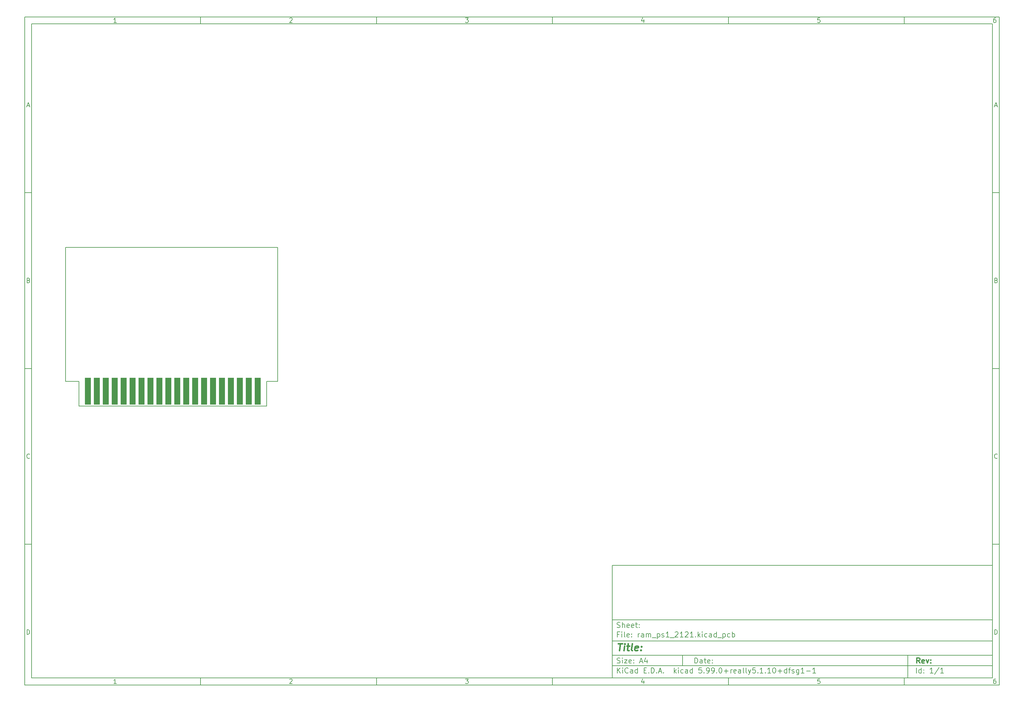
<source format=gbr>
%TF.GenerationSoftware,KiCad,Pcbnew,5.99.0+really5.1.10+dfsg1-1*%
%TF.CreationDate,2022-01-09T16:24:14+01:00*%
%TF.ProjectId,ram_ps1_2121,72616d5f-7073-4315-9f32-3132312e6b69,rev?*%
%TF.SameCoordinates,Original*%
%TF.FileFunction,Soldermask,Bot*%
%TF.FilePolarity,Negative*%
%FSLAX46Y46*%
G04 Gerber Fmt 4.6, Leading zero omitted, Abs format (unit mm)*
G04 Created by KiCad (PCBNEW 5.99.0+really5.1.10+dfsg1-1) date 2022-01-09 16:24:14*
%MOMM*%
%LPD*%
G01*
G04 APERTURE LIST*
%ADD10C,0.100000*%
%ADD11C,0.150000*%
%ADD12C,0.300000*%
%ADD13C,0.400000*%
%ADD14R,1.780000X7.620000*%
G04 APERTURE END LIST*
D10*
D11*
X177002200Y-166007200D02*
X177002200Y-198007200D01*
X285002200Y-198007200D01*
X285002200Y-166007200D01*
X177002200Y-166007200D01*
D10*
D11*
X10000000Y-10000000D02*
X10000000Y-200007200D01*
X287002200Y-200007200D01*
X287002200Y-10000000D01*
X10000000Y-10000000D01*
D10*
D11*
X12000000Y-12000000D02*
X12000000Y-198007200D01*
X285002200Y-198007200D01*
X285002200Y-12000000D01*
X12000000Y-12000000D01*
D10*
D11*
X60000000Y-12000000D02*
X60000000Y-10000000D01*
D10*
D11*
X110000000Y-12000000D02*
X110000000Y-10000000D01*
D10*
D11*
X160000000Y-12000000D02*
X160000000Y-10000000D01*
D10*
D11*
X210000000Y-12000000D02*
X210000000Y-10000000D01*
D10*
D11*
X260000000Y-12000000D02*
X260000000Y-10000000D01*
D10*
D11*
X36065476Y-11588095D02*
X35322619Y-11588095D01*
X35694047Y-11588095D02*
X35694047Y-10288095D01*
X35570238Y-10473809D01*
X35446428Y-10597619D01*
X35322619Y-10659523D01*
D10*
D11*
X85322619Y-10411904D02*
X85384523Y-10350000D01*
X85508333Y-10288095D01*
X85817857Y-10288095D01*
X85941666Y-10350000D01*
X86003571Y-10411904D01*
X86065476Y-10535714D01*
X86065476Y-10659523D01*
X86003571Y-10845238D01*
X85260714Y-11588095D01*
X86065476Y-11588095D01*
D10*
D11*
X135260714Y-10288095D02*
X136065476Y-10288095D01*
X135632142Y-10783333D01*
X135817857Y-10783333D01*
X135941666Y-10845238D01*
X136003571Y-10907142D01*
X136065476Y-11030952D01*
X136065476Y-11340476D01*
X136003571Y-11464285D01*
X135941666Y-11526190D01*
X135817857Y-11588095D01*
X135446428Y-11588095D01*
X135322619Y-11526190D01*
X135260714Y-11464285D01*
D10*
D11*
X185941666Y-10721428D02*
X185941666Y-11588095D01*
X185632142Y-10226190D02*
X185322619Y-11154761D01*
X186127380Y-11154761D01*
D10*
D11*
X236003571Y-10288095D02*
X235384523Y-10288095D01*
X235322619Y-10907142D01*
X235384523Y-10845238D01*
X235508333Y-10783333D01*
X235817857Y-10783333D01*
X235941666Y-10845238D01*
X236003571Y-10907142D01*
X236065476Y-11030952D01*
X236065476Y-11340476D01*
X236003571Y-11464285D01*
X235941666Y-11526190D01*
X235817857Y-11588095D01*
X235508333Y-11588095D01*
X235384523Y-11526190D01*
X235322619Y-11464285D01*
D10*
D11*
X285941666Y-10288095D02*
X285694047Y-10288095D01*
X285570238Y-10350000D01*
X285508333Y-10411904D01*
X285384523Y-10597619D01*
X285322619Y-10845238D01*
X285322619Y-11340476D01*
X285384523Y-11464285D01*
X285446428Y-11526190D01*
X285570238Y-11588095D01*
X285817857Y-11588095D01*
X285941666Y-11526190D01*
X286003571Y-11464285D01*
X286065476Y-11340476D01*
X286065476Y-11030952D01*
X286003571Y-10907142D01*
X285941666Y-10845238D01*
X285817857Y-10783333D01*
X285570238Y-10783333D01*
X285446428Y-10845238D01*
X285384523Y-10907142D01*
X285322619Y-11030952D01*
D10*
D11*
X60000000Y-198007200D02*
X60000000Y-200007200D01*
D10*
D11*
X110000000Y-198007200D02*
X110000000Y-200007200D01*
D10*
D11*
X160000000Y-198007200D02*
X160000000Y-200007200D01*
D10*
D11*
X210000000Y-198007200D02*
X210000000Y-200007200D01*
D10*
D11*
X260000000Y-198007200D02*
X260000000Y-200007200D01*
D10*
D11*
X36065476Y-199595295D02*
X35322619Y-199595295D01*
X35694047Y-199595295D02*
X35694047Y-198295295D01*
X35570238Y-198481009D01*
X35446428Y-198604819D01*
X35322619Y-198666723D01*
D10*
D11*
X85322619Y-198419104D02*
X85384523Y-198357200D01*
X85508333Y-198295295D01*
X85817857Y-198295295D01*
X85941666Y-198357200D01*
X86003571Y-198419104D01*
X86065476Y-198542914D01*
X86065476Y-198666723D01*
X86003571Y-198852438D01*
X85260714Y-199595295D01*
X86065476Y-199595295D01*
D10*
D11*
X135260714Y-198295295D02*
X136065476Y-198295295D01*
X135632142Y-198790533D01*
X135817857Y-198790533D01*
X135941666Y-198852438D01*
X136003571Y-198914342D01*
X136065476Y-199038152D01*
X136065476Y-199347676D01*
X136003571Y-199471485D01*
X135941666Y-199533390D01*
X135817857Y-199595295D01*
X135446428Y-199595295D01*
X135322619Y-199533390D01*
X135260714Y-199471485D01*
D10*
D11*
X185941666Y-198728628D02*
X185941666Y-199595295D01*
X185632142Y-198233390D02*
X185322619Y-199161961D01*
X186127380Y-199161961D01*
D10*
D11*
X236003571Y-198295295D02*
X235384523Y-198295295D01*
X235322619Y-198914342D01*
X235384523Y-198852438D01*
X235508333Y-198790533D01*
X235817857Y-198790533D01*
X235941666Y-198852438D01*
X236003571Y-198914342D01*
X236065476Y-199038152D01*
X236065476Y-199347676D01*
X236003571Y-199471485D01*
X235941666Y-199533390D01*
X235817857Y-199595295D01*
X235508333Y-199595295D01*
X235384523Y-199533390D01*
X235322619Y-199471485D01*
D10*
D11*
X285941666Y-198295295D02*
X285694047Y-198295295D01*
X285570238Y-198357200D01*
X285508333Y-198419104D01*
X285384523Y-198604819D01*
X285322619Y-198852438D01*
X285322619Y-199347676D01*
X285384523Y-199471485D01*
X285446428Y-199533390D01*
X285570238Y-199595295D01*
X285817857Y-199595295D01*
X285941666Y-199533390D01*
X286003571Y-199471485D01*
X286065476Y-199347676D01*
X286065476Y-199038152D01*
X286003571Y-198914342D01*
X285941666Y-198852438D01*
X285817857Y-198790533D01*
X285570238Y-198790533D01*
X285446428Y-198852438D01*
X285384523Y-198914342D01*
X285322619Y-199038152D01*
D10*
D11*
X10000000Y-60000000D02*
X12000000Y-60000000D01*
D10*
D11*
X10000000Y-110000000D02*
X12000000Y-110000000D01*
D10*
D11*
X10000000Y-160000000D02*
X12000000Y-160000000D01*
D10*
D11*
X10690476Y-35216666D02*
X11309523Y-35216666D01*
X10566666Y-35588095D02*
X11000000Y-34288095D01*
X11433333Y-35588095D01*
D10*
D11*
X11092857Y-84907142D02*
X11278571Y-84969047D01*
X11340476Y-85030952D01*
X11402380Y-85154761D01*
X11402380Y-85340476D01*
X11340476Y-85464285D01*
X11278571Y-85526190D01*
X11154761Y-85588095D01*
X10659523Y-85588095D01*
X10659523Y-84288095D01*
X11092857Y-84288095D01*
X11216666Y-84350000D01*
X11278571Y-84411904D01*
X11340476Y-84535714D01*
X11340476Y-84659523D01*
X11278571Y-84783333D01*
X11216666Y-84845238D01*
X11092857Y-84907142D01*
X10659523Y-84907142D01*
D10*
D11*
X11402380Y-135464285D02*
X11340476Y-135526190D01*
X11154761Y-135588095D01*
X11030952Y-135588095D01*
X10845238Y-135526190D01*
X10721428Y-135402380D01*
X10659523Y-135278571D01*
X10597619Y-135030952D01*
X10597619Y-134845238D01*
X10659523Y-134597619D01*
X10721428Y-134473809D01*
X10845238Y-134350000D01*
X11030952Y-134288095D01*
X11154761Y-134288095D01*
X11340476Y-134350000D01*
X11402380Y-134411904D01*
D10*
D11*
X10659523Y-185588095D02*
X10659523Y-184288095D01*
X10969047Y-184288095D01*
X11154761Y-184350000D01*
X11278571Y-184473809D01*
X11340476Y-184597619D01*
X11402380Y-184845238D01*
X11402380Y-185030952D01*
X11340476Y-185278571D01*
X11278571Y-185402380D01*
X11154761Y-185526190D01*
X10969047Y-185588095D01*
X10659523Y-185588095D01*
D10*
D11*
X287002200Y-60000000D02*
X285002200Y-60000000D01*
D10*
D11*
X287002200Y-110000000D02*
X285002200Y-110000000D01*
D10*
D11*
X287002200Y-160000000D02*
X285002200Y-160000000D01*
D10*
D11*
X285692676Y-35216666D02*
X286311723Y-35216666D01*
X285568866Y-35588095D02*
X286002200Y-34288095D01*
X286435533Y-35588095D01*
D10*
D11*
X286095057Y-84907142D02*
X286280771Y-84969047D01*
X286342676Y-85030952D01*
X286404580Y-85154761D01*
X286404580Y-85340476D01*
X286342676Y-85464285D01*
X286280771Y-85526190D01*
X286156961Y-85588095D01*
X285661723Y-85588095D01*
X285661723Y-84288095D01*
X286095057Y-84288095D01*
X286218866Y-84350000D01*
X286280771Y-84411904D01*
X286342676Y-84535714D01*
X286342676Y-84659523D01*
X286280771Y-84783333D01*
X286218866Y-84845238D01*
X286095057Y-84907142D01*
X285661723Y-84907142D01*
D10*
D11*
X286404580Y-135464285D02*
X286342676Y-135526190D01*
X286156961Y-135588095D01*
X286033152Y-135588095D01*
X285847438Y-135526190D01*
X285723628Y-135402380D01*
X285661723Y-135278571D01*
X285599819Y-135030952D01*
X285599819Y-134845238D01*
X285661723Y-134597619D01*
X285723628Y-134473809D01*
X285847438Y-134350000D01*
X286033152Y-134288095D01*
X286156961Y-134288095D01*
X286342676Y-134350000D01*
X286404580Y-134411904D01*
D10*
D11*
X285661723Y-185588095D02*
X285661723Y-184288095D01*
X285971247Y-184288095D01*
X286156961Y-184350000D01*
X286280771Y-184473809D01*
X286342676Y-184597619D01*
X286404580Y-184845238D01*
X286404580Y-185030952D01*
X286342676Y-185278571D01*
X286280771Y-185402380D01*
X286156961Y-185526190D01*
X285971247Y-185588095D01*
X285661723Y-185588095D01*
D10*
D11*
X200434342Y-193785771D02*
X200434342Y-192285771D01*
X200791485Y-192285771D01*
X201005771Y-192357200D01*
X201148628Y-192500057D01*
X201220057Y-192642914D01*
X201291485Y-192928628D01*
X201291485Y-193142914D01*
X201220057Y-193428628D01*
X201148628Y-193571485D01*
X201005771Y-193714342D01*
X200791485Y-193785771D01*
X200434342Y-193785771D01*
X202577200Y-193785771D02*
X202577200Y-193000057D01*
X202505771Y-192857200D01*
X202362914Y-192785771D01*
X202077200Y-192785771D01*
X201934342Y-192857200D01*
X202577200Y-193714342D02*
X202434342Y-193785771D01*
X202077200Y-193785771D01*
X201934342Y-193714342D01*
X201862914Y-193571485D01*
X201862914Y-193428628D01*
X201934342Y-193285771D01*
X202077200Y-193214342D01*
X202434342Y-193214342D01*
X202577200Y-193142914D01*
X203077200Y-192785771D02*
X203648628Y-192785771D01*
X203291485Y-192285771D02*
X203291485Y-193571485D01*
X203362914Y-193714342D01*
X203505771Y-193785771D01*
X203648628Y-193785771D01*
X204720057Y-193714342D02*
X204577200Y-193785771D01*
X204291485Y-193785771D01*
X204148628Y-193714342D01*
X204077200Y-193571485D01*
X204077200Y-193000057D01*
X204148628Y-192857200D01*
X204291485Y-192785771D01*
X204577200Y-192785771D01*
X204720057Y-192857200D01*
X204791485Y-193000057D01*
X204791485Y-193142914D01*
X204077200Y-193285771D01*
X205434342Y-193642914D02*
X205505771Y-193714342D01*
X205434342Y-193785771D01*
X205362914Y-193714342D01*
X205434342Y-193642914D01*
X205434342Y-193785771D01*
X205434342Y-192857200D02*
X205505771Y-192928628D01*
X205434342Y-193000057D01*
X205362914Y-192928628D01*
X205434342Y-192857200D01*
X205434342Y-193000057D01*
D10*
D11*
X177002200Y-194507200D02*
X285002200Y-194507200D01*
D10*
D11*
X178434342Y-196585771D02*
X178434342Y-195085771D01*
X179291485Y-196585771D02*
X178648628Y-195728628D01*
X179291485Y-195085771D02*
X178434342Y-195942914D01*
X179934342Y-196585771D02*
X179934342Y-195585771D01*
X179934342Y-195085771D02*
X179862914Y-195157200D01*
X179934342Y-195228628D01*
X180005771Y-195157200D01*
X179934342Y-195085771D01*
X179934342Y-195228628D01*
X181505771Y-196442914D02*
X181434342Y-196514342D01*
X181220057Y-196585771D01*
X181077200Y-196585771D01*
X180862914Y-196514342D01*
X180720057Y-196371485D01*
X180648628Y-196228628D01*
X180577200Y-195942914D01*
X180577200Y-195728628D01*
X180648628Y-195442914D01*
X180720057Y-195300057D01*
X180862914Y-195157200D01*
X181077200Y-195085771D01*
X181220057Y-195085771D01*
X181434342Y-195157200D01*
X181505771Y-195228628D01*
X182791485Y-196585771D02*
X182791485Y-195800057D01*
X182720057Y-195657200D01*
X182577200Y-195585771D01*
X182291485Y-195585771D01*
X182148628Y-195657200D01*
X182791485Y-196514342D02*
X182648628Y-196585771D01*
X182291485Y-196585771D01*
X182148628Y-196514342D01*
X182077200Y-196371485D01*
X182077200Y-196228628D01*
X182148628Y-196085771D01*
X182291485Y-196014342D01*
X182648628Y-196014342D01*
X182791485Y-195942914D01*
X184148628Y-196585771D02*
X184148628Y-195085771D01*
X184148628Y-196514342D02*
X184005771Y-196585771D01*
X183720057Y-196585771D01*
X183577200Y-196514342D01*
X183505771Y-196442914D01*
X183434342Y-196300057D01*
X183434342Y-195871485D01*
X183505771Y-195728628D01*
X183577200Y-195657200D01*
X183720057Y-195585771D01*
X184005771Y-195585771D01*
X184148628Y-195657200D01*
X186005771Y-195800057D02*
X186505771Y-195800057D01*
X186720057Y-196585771D02*
X186005771Y-196585771D01*
X186005771Y-195085771D01*
X186720057Y-195085771D01*
X187362914Y-196442914D02*
X187434342Y-196514342D01*
X187362914Y-196585771D01*
X187291485Y-196514342D01*
X187362914Y-196442914D01*
X187362914Y-196585771D01*
X188077200Y-196585771D02*
X188077200Y-195085771D01*
X188434342Y-195085771D01*
X188648628Y-195157200D01*
X188791485Y-195300057D01*
X188862914Y-195442914D01*
X188934342Y-195728628D01*
X188934342Y-195942914D01*
X188862914Y-196228628D01*
X188791485Y-196371485D01*
X188648628Y-196514342D01*
X188434342Y-196585771D01*
X188077200Y-196585771D01*
X189577200Y-196442914D02*
X189648628Y-196514342D01*
X189577200Y-196585771D01*
X189505771Y-196514342D01*
X189577200Y-196442914D01*
X189577200Y-196585771D01*
X190220057Y-196157200D02*
X190934342Y-196157200D01*
X190077200Y-196585771D02*
X190577200Y-195085771D01*
X191077200Y-196585771D01*
X191577200Y-196442914D02*
X191648628Y-196514342D01*
X191577200Y-196585771D01*
X191505771Y-196514342D01*
X191577200Y-196442914D01*
X191577200Y-196585771D01*
X194577200Y-196585771D02*
X194577200Y-195085771D01*
X194720057Y-196014342D02*
X195148628Y-196585771D01*
X195148628Y-195585771D02*
X194577200Y-196157200D01*
X195791485Y-196585771D02*
X195791485Y-195585771D01*
X195791485Y-195085771D02*
X195720057Y-195157200D01*
X195791485Y-195228628D01*
X195862914Y-195157200D01*
X195791485Y-195085771D01*
X195791485Y-195228628D01*
X197148628Y-196514342D02*
X197005771Y-196585771D01*
X196720057Y-196585771D01*
X196577200Y-196514342D01*
X196505771Y-196442914D01*
X196434342Y-196300057D01*
X196434342Y-195871485D01*
X196505771Y-195728628D01*
X196577200Y-195657200D01*
X196720057Y-195585771D01*
X197005771Y-195585771D01*
X197148628Y-195657200D01*
X198434342Y-196585771D02*
X198434342Y-195800057D01*
X198362914Y-195657200D01*
X198220057Y-195585771D01*
X197934342Y-195585771D01*
X197791485Y-195657200D01*
X198434342Y-196514342D02*
X198291485Y-196585771D01*
X197934342Y-196585771D01*
X197791485Y-196514342D01*
X197720057Y-196371485D01*
X197720057Y-196228628D01*
X197791485Y-196085771D01*
X197934342Y-196014342D01*
X198291485Y-196014342D01*
X198434342Y-195942914D01*
X199791485Y-196585771D02*
X199791485Y-195085771D01*
X199791485Y-196514342D02*
X199648628Y-196585771D01*
X199362914Y-196585771D01*
X199220057Y-196514342D01*
X199148628Y-196442914D01*
X199077200Y-196300057D01*
X199077200Y-195871485D01*
X199148628Y-195728628D01*
X199220057Y-195657200D01*
X199362914Y-195585771D01*
X199648628Y-195585771D01*
X199791485Y-195657200D01*
X202362914Y-195085771D02*
X201648628Y-195085771D01*
X201577200Y-195800057D01*
X201648628Y-195728628D01*
X201791485Y-195657200D01*
X202148628Y-195657200D01*
X202291485Y-195728628D01*
X202362914Y-195800057D01*
X202434342Y-195942914D01*
X202434342Y-196300057D01*
X202362914Y-196442914D01*
X202291485Y-196514342D01*
X202148628Y-196585771D01*
X201791485Y-196585771D01*
X201648628Y-196514342D01*
X201577200Y-196442914D01*
X203077200Y-196442914D02*
X203148628Y-196514342D01*
X203077200Y-196585771D01*
X203005771Y-196514342D01*
X203077200Y-196442914D01*
X203077200Y-196585771D01*
X203862914Y-196585771D02*
X204148628Y-196585771D01*
X204291485Y-196514342D01*
X204362914Y-196442914D01*
X204505771Y-196228628D01*
X204577200Y-195942914D01*
X204577200Y-195371485D01*
X204505771Y-195228628D01*
X204434342Y-195157200D01*
X204291485Y-195085771D01*
X204005771Y-195085771D01*
X203862914Y-195157200D01*
X203791485Y-195228628D01*
X203720057Y-195371485D01*
X203720057Y-195728628D01*
X203791485Y-195871485D01*
X203862914Y-195942914D01*
X204005771Y-196014342D01*
X204291485Y-196014342D01*
X204434342Y-195942914D01*
X204505771Y-195871485D01*
X204577200Y-195728628D01*
X205291485Y-196585771D02*
X205577200Y-196585771D01*
X205720057Y-196514342D01*
X205791485Y-196442914D01*
X205934342Y-196228628D01*
X206005771Y-195942914D01*
X206005771Y-195371485D01*
X205934342Y-195228628D01*
X205862914Y-195157200D01*
X205720057Y-195085771D01*
X205434342Y-195085771D01*
X205291485Y-195157200D01*
X205220057Y-195228628D01*
X205148628Y-195371485D01*
X205148628Y-195728628D01*
X205220057Y-195871485D01*
X205291485Y-195942914D01*
X205434342Y-196014342D01*
X205720057Y-196014342D01*
X205862914Y-195942914D01*
X205934342Y-195871485D01*
X206005771Y-195728628D01*
X206648628Y-196442914D02*
X206720057Y-196514342D01*
X206648628Y-196585771D01*
X206577200Y-196514342D01*
X206648628Y-196442914D01*
X206648628Y-196585771D01*
X207648628Y-195085771D02*
X207791485Y-195085771D01*
X207934342Y-195157200D01*
X208005771Y-195228628D01*
X208077200Y-195371485D01*
X208148628Y-195657200D01*
X208148628Y-196014342D01*
X208077200Y-196300057D01*
X208005771Y-196442914D01*
X207934342Y-196514342D01*
X207791485Y-196585771D01*
X207648628Y-196585771D01*
X207505771Y-196514342D01*
X207434342Y-196442914D01*
X207362914Y-196300057D01*
X207291485Y-196014342D01*
X207291485Y-195657200D01*
X207362914Y-195371485D01*
X207434342Y-195228628D01*
X207505771Y-195157200D01*
X207648628Y-195085771D01*
X208791485Y-196014342D02*
X209934342Y-196014342D01*
X209362914Y-196585771D02*
X209362914Y-195442914D01*
X210648628Y-196585771D02*
X210648628Y-195585771D01*
X210648628Y-195871485D02*
X210720057Y-195728628D01*
X210791485Y-195657200D01*
X210934342Y-195585771D01*
X211077200Y-195585771D01*
X212148628Y-196514342D02*
X212005771Y-196585771D01*
X211720057Y-196585771D01*
X211577200Y-196514342D01*
X211505771Y-196371485D01*
X211505771Y-195800057D01*
X211577200Y-195657200D01*
X211720057Y-195585771D01*
X212005771Y-195585771D01*
X212148628Y-195657200D01*
X212220057Y-195800057D01*
X212220057Y-195942914D01*
X211505771Y-196085771D01*
X213505771Y-196585771D02*
X213505771Y-195800057D01*
X213434342Y-195657200D01*
X213291485Y-195585771D01*
X213005771Y-195585771D01*
X212862914Y-195657200D01*
X213505771Y-196514342D02*
X213362914Y-196585771D01*
X213005771Y-196585771D01*
X212862914Y-196514342D01*
X212791485Y-196371485D01*
X212791485Y-196228628D01*
X212862914Y-196085771D01*
X213005771Y-196014342D01*
X213362914Y-196014342D01*
X213505771Y-195942914D01*
X214434342Y-196585771D02*
X214291485Y-196514342D01*
X214220057Y-196371485D01*
X214220057Y-195085771D01*
X215220057Y-196585771D02*
X215077200Y-196514342D01*
X215005771Y-196371485D01*
X215005771Y-195085771D01*
X215648628Y-195585771D02*
X216005771Y-196585771D01*
X216362914Y-195585771D02*
X216005771Y-196585771D01*
X215862914Y-196942914D01*
X215791485Y-197014342D01*
X215648628Y-197085771D01*
X217648628Y-195085771D02*
X216934342Y-195085771D01*
X216862914Y-195800057D01*
X216934342Y-195728628D01*
X217077200Y-195657200D01*
X217434342Y-195657200D01*
X217577200Y-195728628D01*
X217648628Y-195800057D01*
X217720057Y-195942914D01*
X217720057Y-196300057D01*
X217648628Y-196442914D01*
X217577200Y-196514342D01*
X217434342Y-196585771D01*
X217077200Y-196585771D01*
X216934342Y-196514342D01*
X216862914Y-196442914D01*
X218362914Y-196442914D02*
X218434342Y-196514342D01*
X218362914Y-196585771D01*
X218291485Y-196514342D01*
X218362914Y-196442914D01*
X218362914Y-196585771D01*
X219862914Y-196585771D02*
X219005771Y-196585771D01*
X219434342Y-196585771D02*
X219434342Y-195085771D01*
X219291485Y-195300057D01*
X219148628Y-195442914D01*
X219005771Y-195514342D01*
X220505771Y-196442914D02*
X220577200Y-196514342D01*
X220505771Y-196585771D01*
X220434342Y-196514342D01*
X220505771Y-196442914D01*
X220505771Y-196585771D01*
X222005771Y-196585771D02*
X221148628Y-196585771D01*
X221577200Y-196585771D02*
X221577200Y-195085771D01*
X221434342Y-195300057D01*
X221291485Y-195442914D01*
X221148628Y-195514342D01*
X222934342Y-195085771D02*
X223077200Y-195085771D01*
X223220057Y-195157200D01*
X223291485Y-195228628D01*
X223362914Y-195371485D01*
X223434342Y-195657200D01*
X223434342Y-196014342D01*
X223362914Y-196300057D01*
X223291485Y-196442914D01*
X223220057Y-196514342D01*
X223077200Y-196585771D01*
X222934342Y-196585771D01*
X222791485Y-196514342D01*
X222720057Y-196442914D01*
X222648628Y-196300057D01*
X222577200Y-196014342D01*
X222577200Y-195657200D01*
X222648628Y-195371485D01*
X222720057Y-195228628D01*
X222791485Y-195157200D01*
X222934342Y-195085771D01*
X224077200Y-196014342D02*
X225220057Y-196014342D01*
X224648628Y-196585771D02*
X224648628Y-195442914D01*
X226577200Y-196585771D02*
X226577200Y-195085771D01*
X226577200Y-196514342D02*
X226434342Y-196585771D01*
X226148628Y-196585771D01*
X226005771Y-196514342D01*
X225934342Y-196442914D01*
X225862914Y-196300057D01*
X225862914Y-195871485D01*
X225934342Y-195728628D01*
X226005771Y-195657200D01*
X226148628Y-195585771D01*
X226434342Y-195585771D01*
X226577200Y-195657200D01*
X227077200Y-195585771D02*
X227648628Y-195585771D01*
X227291485Y-196585771D02*
X227291485Y-195300057D01*
X227362914Y-195157200D01*
X227505771Y-195085771D01*
X227648628Y-195085771D01*
X228077200Y-196514342D02*
X228220057Y-196585771D01*
X228505771Y-196585771D01*
X228648628Y-196514342D01*
X228720057Y-196371485D01*
X228720057Y-196300057D01*
X228648628Y-196157200D01*
X228505771Y-196085771D01*
X228291485Y-196085771D01*
X228148628Y-196014342D01*
X228077200Y-195871485D01*
X228077200Y-195800057D01*
X228148628Y-195657200D01*
X228291485Y-195585771D01*
X228505771Y-195585771D01*
X228648628Y-195657200D01*
X230005771Y-195585771D02*
X230005771Y-196800057D01*
X229934342Y-196942914D01*
X229862914Y-197014342D01*
X229720057Y-197085771D01*
X229505771Y-197085771D01*
X229362914Y-197014342D01*
X230005771Y-196514342D02*
X229862914Y-196585771D01*
X229577200Y-196585771D01*
X229434342Y-196514342D01*
X229362914Y-196442914D01*
X229291485Y-196300057D01*
X229291485Y-195871485D01*
X229362914Y-195728628D01*
X229434342Y-195657200D01*
X229577200Y-195585771D01*
X229862914Y-195585771D01*
X230005771Y-195657200D01*
X231505771Y-196585771D02*
X230648628Y-196585771D01*
X231077200Y-196585771D02*
X231077200Y-195085771D01*
X230934342Y-195300057D01*
X230791485Y-195442914D01*
X230648628Y-195514342D01*
X232148628Y-196014342D02*
X233291485Y-196014342D01*
X234791485Y-196585771D02*
X233934342Y-196585771D01*
X234362914Y-196585771D02*
X234362914Y-195085771D01*
X234220057Y-195300057D01*
X234077200Y-195442914D01*
X233934342Y-195514342D01*
D10*
D11*
X177002200Y-191507200D02*
X285002200Y-191507200D01*
D10*
D12*
X264411485Y-193785771D02*
X263911485Y-193071485D01*
X263554342Y-193785771D02*
X263554342Y-192285771D01*
X264125771Y-192285771D01*
X264268628Y-192357200D01*
X264340057Y-192428628D01*
X264411485Y-192571485D01*
X264411485Y-192785771D01*
X264340057Y-192928628D01*
X264268628Y-193000057D01*
X264125771Y-193071485D01*
X263554342Y-193071485D01*
X265625771Y-193714342D02*
X265482914Y-193785771D01*
X265197200Y-193785771D01*
X265054342Y-193714342D01*
X264982914Y-193571485D01*
X264982914Y-193000057D01*
X265054342Y-192857200D01*
X265197200Y-192785771D01*
X265482914Y-192785771D01*
X265625771Y-192857200D01*
X265697200Y-193000057D01*
X265697200Y-193142914D01*
X264982914Y-193285771D01*
X266197200Y-192785771D02*
X266554342Y-193785771D01*
X266911485Y-192785771D01*
X267482914Y-193642914D02*
X267554342Y-193714342D01*
X267482914Y-193785771D01*
X267411485Y-193714342D01*
X267482914Y-193642914D01*
X267482914Y-193785771D01*
X267482914Y-192857200D02*
X267554342Y-192928628D01*
X267482914Y-193000057D01*
X267411485Y-192928628D01*
X267482914Y-192857200D01*
X267482914Y-193000057D01*
D10*
D11*
X178362914Y-193714342D02*
X178577200Y-193785771D01*
X178934342Y-193785771D01*
X179077200Y-193714342D01*
X179148628Y-193642914D01*
X179220057Y-193500057D01*
X179220057Y-193357200D01*
X179148628Y-193214342D01*
X179077200Y-193142914D01*
X178934342Y-193071485D01*
X178648628Y-193000057D01*
X178505771Y-192928628D01*
X178434342Y-192857200D01*
X178362914Y-192714342D01*
X178362914Y-192571485D01*
X178434342Y-192428628D01*
X178505771Y-192357200D01*
X178648628Y-192285771D01*
X179005771Y-192285771D01*
X179220057Y-192357200D01*
X179862914Y-193785771D02*
X179862914Y-192785771D01*
X179862914Y-192285771D02*
X179791485Y-192357200D01*
X179862914Y-192428628D01*
X179934342Y-192357200D01*
X179862914Y-192285771D01*
X179862914Y-192428628D01*
X180434342Y-192785771D02*
X181220057Y-192785771D01*
X180434342Y-193785771D01*
X181220057Y-193785771D01*
X182362914Y-193714342D02*
X182220057Y-193785771D01*
X181934342Y-193785771D01*
X181791485Y-193714342D01*
X181720057Y-193571485D01*
X181720057Y-193000057D01*
X181791485Y-192857200D01*
X181934342Y-192785771D01*
X182220057Y-192785771D01*
X182362914Y-192857200D01*
X182434342Y-193000057D01*
X182434342Y-193142914D01*
X181720057Y-193285771D01*
X183077200Y-193642914D02*
X183148628Y-193714342D01*
X183077200Y-193785771D01*
X183005771Y-193714342D01*
X183077200Y-193642914D01*
X183077200Y-193785771D01*
X183077200Y-192857200D02*
X183148628Y-192928628D01*
X183077200Y-193000057D01*
X183005771Y-192928628D01*
X183077200Y-192857200D01*
X183077200Y-193000057D01*
X184862914Y-193357200D02*
X185577200Y-193357200D01*
X184720057Y-193785771D02*
X185220057Y-192285771D01*
X185720057Y-193785771D01*
X186862914Y-192785771D02*
X186862914Y-193785771D01*
X186505771Y-192214342D02*
X186148628Y-193285771D01*
X187077200Y-193285771D01*
D10*
D11*
X263434342Y-196585771D02*
X263434342Y-195085771D01*
X264791485Y-196585771D02*
X264791485Y-195085771D01*
X264791485Y-196514342D02*
X264648628Y-196585771D01*
X264362914Y-196585771D01*
X264220057Y-196514342D01*
X264148628Y-196442914D01*
X264077200Y-196300057D01*
X264077200Y-195871485D01*
X264148628Y-195728628D01*
X264220057Y-195657200D01*
X264362914Y-195585771D01*
X264648628Y-195585771D01*
X264791485Y-195657200D01*
X265505771Y-196442914D02*
X265577200Y-196514342D01*
X265505771Y-196585771D01*
X265434342Y-196514342D01*
X265505771Y-196442914D01*
X265505771Y-196585771D01*
X265505771Y-195657200D02*
X265577200Y-195728628D01*
X265505771Y-195800057D01*
X265434342Y-195728628D01*
X265505771Y-195657200D01*
X265505771Y-195800057D01*
X268148628Y-196585771D02*
X267291485Y-196585771D01*
X267720057Y-196585771D02*
X267720057Y-195085771D01*
X267577200Y-195300057D01*
X267434342Y-195442914D01*
X267291485Y-195514342D01*
X269862914Y-195014342D02*
X268577200Y-196942914D01*
X271148628Y-196585771D02*
X270291485Y-196585771D01*
X270720057Y-196585771D02*
X270720057Y-195085771D01*
X270577200Y-195300057D01*
X270434342Y-195442914D01*
X270291485Y-195514342D01*
D10*
D11*
X177002200Y-187507200D02*
X285002200Y-187507200D01*
D10*
D13*
X178714580Y-188211961D02*
X179857438Y-188211961D01*
X179036009Y-190211961D02*
X179286009Y-188211961D01*
X180274104Y-190211961D02*
X180440771Y-188878628D01*
X180524104Y-188211961D02*
X180416961Y-188307200D01*
X180500295Y-188402438D01*
X180607438Y-188307200D01*
X180524104Y-188211961D01*
X180500295Y-188402438D01*
X181107438Y-188878628D02*
X181869342Y-188878628D01*
X181476485Y-188211961D02*
X181262200Y-189926247D01*
X181333628Y-190116723D01*
X181512200Y-190211961D01*
X181702676Y-190211961D01*
X182655057Y-190211961D02*
X182476485Y-190116723D01*
X182405057Y-189926247D01*
X182619342Y-188211961D01*
X184190771Y-190116723D02*
X183988390Y-190211961D01*
X183607438Y-190211961D01*
X183428866Y-190116723D01*
X183357438Y-189926247D01*
X183452676Y-189164342D01*
X183571723Y-188973866D01*
X183774104Y-188878628D01*
X184155057Y-188878628D01*
X184333628Y-188973866D01*
X184405057Y-189164342D01*
X184381247Y-189354819D01*
X183405057Y-189545295D01*
X185155057Y-190021485D02*
X185238390Y-190116723D01*
X185131247Y-190211961D01*
X185047914Y-190116723D01*
X185155057Y-190021485D01*
X185131247Y-190211961D01*
X185286009Y-188973866D02*
X185369342Y-189069104D01*
X185262200Y-189164342D01*
X185178866Y-189069104D01*
X185286009Y-188973866D01*
X185262200Y-189164342D01*
D10*
D11*
X178934342Y-185600057D02*
X178434342Y-185600057D01*
X178434342Y-186385771D02*
X178434342Y-184885771D01*
X179148628Y-184885771D01*
X179720057Y-186385771D02*
X179720057Y-185385771D01*
X179720057Y-184885771D02*
X179648628Y-184957200D01*
X179720057Y-185028628D01*
X179791485Y-184957200D01*
X179720057Y-184885771D01*
X179720057Y-185028628D01*
X180648628Y-186385771D02*
X180505771Y-186314342D01*
X180434342Y-186171485D01*
X180434342Y-184885771D01*
X181791485Y-186314342D02*
X181648628Y-186385771D01*
X181362914Y-186385771D01*
X181220057Y-186314342D01*
X181148628Y-186171485D01*
X181148628Y-185600057D01*
X181220057Y-185457200D01*
X181362914Y-185385771D01*
X181648628Y-185385771D01*
X181791485Y-185457200D01*
X181862914Y-185600057D01*
X181862914Y-185742914D01*
X181148628Y-185885771D01*
X182505771Y-186242914D02*
X182577200Y-186314342D01*
X182505771Y-186385771D01*
X182434342Y-186314342D01*
X182505771Y-186242914D01*
X182505771Y-186385771D01*
X182505771Y-185457200D02*
X182577200Y-185528628D01*
X182505771Y-185600057D01*
X182434342Y-185528628D01*
X182505771Y-185457200D01*
X182505771Y-185600057D01*
X184362914Y-186385771D02*
X184362914Y-185385771D01*
X184362914Y-185671485D02*
X184434342Y-185528628D01*
X184505771Y-185457200D01*
X184648628Y-185385771D01*
X184791485Y-185385771D01*
X185934342Y-186385771D02*
X185934342Y-185600057D01*
X185862914Y-185457200D01*
X185720057Y-185385771D01*
X185434342Y-185385771D01*
X185291485Y-185457200D01*
X185934342Y-186314342D02*
X185791485Y-186385771D01*
X185434342Y-186385771D01*
X185291485Y-186314342D01*
X185220057Y-186171485D01*
X185220057Y-186028628D01*
X185291485Y-185885771D01*
X185434342Y-185814342D01*
X185791485Y-185814342D01*
X185934342Y-185742914D01*
X186648628Y-186385771D02*
X186648628Y-185385771D01*
X186648628Y-185528628D02*
X186720057Y-185457200D01*
X186862914Y-185385771D01*
X187077200Y-185385771D01*
X187220057Y-185457200D01*
X187291485Y-185600057D01*
X187291485Y-186385771D01*
X187291485Y-185600057D02*
X187362914Y-185457200D01*
X187505771Y-185385771D01*
X187720057Y-185385771D01*
X187862914Y-185457200D01*
X187934342Y-185600057D01*
X187934342Y-186385771D01*
X188291485Y-186528628D02*
X189434342Y-186528628D01*
X189791485Y-185385771D02*
X189791485Y-186885771D01*
X189791485Y-185457200D02*
X189934342Y-185385771D01*
X190220057Y-185385771D01*
X190362914Y-185457200D01*
X190434342Y-185528628D01*
X190505771Y-185671485D01*
X190505771Y-186100057D01*
X190434342Y-186242914D01*
X190362914Y-186314342D01*
X190220057Y-186385771D01*
X189934342Y-186385771D01*
X189791485Y-186314342D01*
X191077200Y-186314342D02*
X191220057Y-186385771D01*
X191505771Y-186385771D01*
X191648628Y-186314342D01*
X191720057Y-186171485D01*
X191720057Y-186100057D01*
X191648628Y-185957200D01*
X191505771Y-185885771D01*
X191291485Y-185885771D01*
X191148628Y-185814342D01*
X191077200Y-185671485D01*
X191077200Y-185600057D01*
X191148628Y-185457200D01*
X191291485Y-185385771D01*
X191505771Y-185385771D01*
X191648628Y-185457200D01*
X193148628Y-186385771D02*
X192291485Y-186385771D01*
X192720057Y-186385771D02*
X192720057Y-184885771D01*
X192577200Y-185100057D01*
X192434342Y-185242914D01*
X192291485Y-185314342D01*
X193434342Y-186528628D02*
X194577200Y-186528628D01*
X194862914Y-185028628D02*
X194934342Y-184957200D01*
X195077200Y-184885771D01*
X195434342Y-184885771D01*
X195577200Y-184957200D01*
X195648628Y-185028628D01*
X195720057Y-185171485D01*
X195720057Y-185314342D01*
X195648628Y-185528628D01*
X194791485Y-186385771D01*
X195720057Y-186385771D01*
X197148628Y-186385771D02*
X196291485Y-186385771D01*
X196720057Y-186385771D02*
X196720057Y-184885771D01*
X196577200Y-185100057D01*
X196434342Y-185242914D01*
X196291485Y-185314342D01*
X197720057Y-185028628D02*
X197791485Y-184957200D01*
X197934342Y-184885771D01*
X198291485Y-184885771D01*
X198434342Y-184957200D01*
X198505771Y-185028628D01*
X198577200Y-185171485D01*
X198577200Y-185314342D01*
X198505771Y-185528628D01*
X197648628Y-186385771D01*
X198577200Y-186385771D01*
X200005771Y-186385771D02*
X199148628Y-186385771D01*
X199577200Y-186385771D02*
X199577200Y-184885771D01*
X199434342Y-185100057D01*
X199291485Y-185242914D01*
X199148628Y-185314342D01*
X200648628Y-186242914D02*
X200720057Y-186314342D01*
X200648628Y-186385771D01*
X200577200Y-186314342D01*
X200648628Y-186242914D01*
X200648628Y-186385771D01*
X201362914Y-186385771D02*
X201362914Y-184885771D01*
X201505771Y-185814342D02*
X201934342Y-186385771D01*
X201934342Y-185385771D02*
X201362914Y-185957200D01*
X202577200Y-186385771D02*
X202577200Y-185385771D01*
X202577200Y-184885771D02*
X202505771Y-184957200D01*
X202577200Y-185028628D01*
X202648628Y-184957200D01*
X202577200Y-184885771D01*
X202577200Y-185028628D01*
X203934342Y-186314342D02*
X203791485Y-186385771D01*
X203505771Y-186385771D01*
X203362914Y-186314342D01*
X203291485Y-186242914D01*
X203220057Y-186100057D01*
X203220057Y-185671485D01*
X203291485Y-185528628D01*
X203362914Y-185457200D01*
X203505771Y-185385771D01*
X203791485Y-185385771D01*
X203934342Y-185457200D01*
X205220057Y-186385771D02*
X205220057Y-185600057D01*
X205148628Y-185457200D01*
X205005771Y-185385771D01*
X204720057Y-185385771D01*
X204577200Y-185457200D01*
X205220057Y-186314342D02*
X205077200Y-186385771D01*
X204720057Y-186385771D01*
X204577200Y-186314342D01*
X204505771Y-186171485D01*
X204505771Y-186028628D01*
X204577200Y-185885771D01*
X204720057Y-185814342D01*
X205077200Y-185814342D01*
X205220057Y-185742914D01*
X206577200Y-186385771D02*
X206577200Y-184885771D01*
X206577200Y-186314342D02*
X206434342Y-186385771D01*
X206148628Y-186385771D01*
X206005771Y-186314342D01*
X205934342Y-186242914D01*
X205862914Y-186100057D01*
X205862914Y-185671485D01*
X205934342Y-185528628D01*
X206005771Y-185457200D01*
X206148628Y-185385771D01*
X206434342Y-185385771D01*
X206577200Y-185457200D01*
X206934342Y-186528628D02*
X208077200Y-186528628D01*
X208434342Y-185385771D02*
X208434342Y-186885771D01*
X208434342Y-185457200D02*
X208577200Y-185385771D01*
X208862914Y-185385771D01*
X209005771Y-185457200D01*
X209077200Y-185528628D01*
X209148628Y-185671485D01*
X209148628Y-186100057D01*
X209077200Y-186242914D01*
X209005771Y-186314342D01*
X208862914Y-186385771D01*
X208577200Y-186385771D01*
X208434342Y-186314342D01*
X210434342Y-186314342D02*
X210291485Y-186385771D01*
X210005771Y-186385771D01*
X209862914Y-186314342D01*
X209791485Y-186242914D01*
X209720057Y-186100057D01*
X209720057Y-185671485D01*
X209791485Y-185528628D01*
X209862914Y-185457200D01*
X210005771Y-185385771D01*
X210291485Y-185385771D01*
X210434342Y-185457200D01*
X211077200Y-186385771D02*
X211077200Y-184885771D01*
X211077200Y-185457200D02*
X211220057Y-185385771D01*
X211505771Y-185385771D01*
X211648628Y-185457200D01*
X211720057Y-185528628D01*
X211791485Y-185671485D01*
X211791485Y-186100057D01*
X211720057Y-186242914D01*
X211648628Y-186314342D01*
X211505771Y-186385771D01*
X211220057Y-186385771D01*
X211077200Y-186314342D01*
D10*
D11*
X177002200Y-181507200D02*
X285002200Y-181507200D01*
D10*
D11*
X178362914Y-183614342D02*
X178577200Y-183685771D01*
X178934342Y-183685771D01*
X179077200Y-183614342D01*
X179148628Y-183542914D01*
X179220057Y-183400057D01*
X179220057Y-183257200D01*
X179148628Y-183114342D01*
X179077200Y-183042914D01*
X178934342Y-182971485D01*
X178648628Y-182900057D01*
X178505771Y-182828628D01*
X178434342Y-182757200D01*
X178362914Y-182614342D01*
X178362914Y-182471485D01*
X178434342Y-182328628D01*
X178505771Y-182257200D01*
X178648628Y-182185771D01*
X179005771Y-182185771D01*
X179220057Y-182257200D01*
X179862914Y-183685771D02*
X179862914Y-182185771D01*
X180505771Y-183685771D02*
X180505771Y-182900057D01*
X180434342Y-182757200D01*
X180291485Y-182685771D01*
X180077200Y-182685771D01*
X179934342Y-182757200D01*
X179862914Y-182828628D01*
X181791485Y-183614342D02*
X181648628Y-183685771D01*
X181362914Y-183685771D01*
X181220057Y-183614342D01*
X181148628Y-183471485D01*
X181148628Y-182900057D01*
X181220057Y-182757200D01*
X181362914Y-182685771D01*
X181648628Y-182685771D01*
X181791485Y-182757200D01*
X181862914Y-182900057D01*
X181862914Y-183042914D01*
X181148628Y-183185771D01*
X183077200Y-183614342D02*
X182934342Y-183685771D01*
X182648628Y-183685771D01*
X182505771Y-183614342D01*
X182434342Y-183471485D01*
X182434342Y-182900057D01*
X182505771Y-182757200D01*
X182648628Y-182685771D01*
X182934342Y-182685771D01*
X183077200Y-182757200D01*
X183148628Y-182900057D01*
X183148628Y-183042914D01*
X182434342Y-183185771D01*
X183577200Y-182685771D02*
X184148628Y-182685771D01*
X183791485Y-182185771D02*
X183791485Y-183471485D01*
X183862914Y-183614342D01*
X184005771Y-183685771D01*
X184148628Y-183685771D01*
X184648628Y-183542914D02*
X184720057Y-183614342D01*
X184648628Y-183685771D01*
X184577200Y-183614342D01*
X184648628Y-183542914D01*
X184648628Y-183685771D01*
X184648628Y-182757200D02*
X184720057Y-182828628D01*
X184648628Y-182900057D01*
X184577200Y-182828628D01*
X184648628Y-182757200D01*
X184648628Y-182900057D01*
D10*
D11*
X197002200Y-191507200D02*
X197002200Y-194507200D01*
D10*
D11*
X261002200Y-191507200D02*
X261002200Y-198007200D01*
X21590000Y-76835000D02*
X21590000Y-75565000D01*
X81915000Y-76835000D02*
X81915000Y-75565000D01*
X81915000Y-76835000D02*
X81915000Y-84455000D01*
X21590000Y-76835000D02*
X21590000Y-84455000D01*
X21590000Y-84455000D02*
X21590000Y-113665000D01*
X81915000Y-75565000D02*
X21590000Y-75565000D01*
X81915000Y-113665000D02*
X81915000Y-84455000D01*
X25400000Y-120650000D02*
X25400000Y-113665000D01*
X78740000Y-120650000D02*
X25400000Y-120650000D01*
X78740000Y-120650000D02*
X78740000Y-113665000D01*
X21590000Y-113665000D02*
X25400000Y-113665000D01*
X78740000Y-113665000D02*
X81915000Y-113665000D01*
D14*
%TO.C,U1*%
X76200000Y-116455000D03*
X73660000Y-116455000D03*
X27940000Y-116455000D03*
X30480000Y-116455000D03*
X33020000Y-116455000D03*
X35560000Y-116455000D03*
X38100000Y-116455000D03*
X40640000Y-116455000D03*
X43180000Y-116455000D03*
X45720000Y-116455000D03*
X48260000Y-116455000D03*
X50800000Y-116455000D03*
X53340000Y-116455000D03*
X55880000Y-116455000D03*
X58420000Y-116455000D03*
X60960000Y-116455000D03*
X63500000Y-116455000D03*
X66040000Y-116455000D03*
X68580000Y-116455000D03*
X71120000Y-116455000D03*
%TD*%
M02*

</source>
